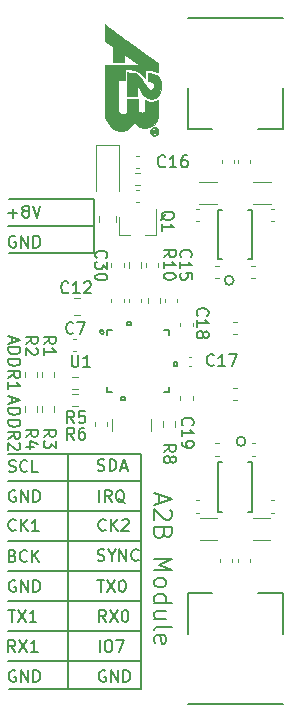
<source format=gbr>
%TF.GenerationSoftware,KiCad,Pcbnew,(5.1.9)-1*%
%TF.CreationDate,2021-06-18T11:47:15+07:00*%
%TF.ProjectId,A2B,4132422e-6b69-4636-9164-5f7063625858,2*%
%TF.SameCoordinates,Original*%
%TF.FileFunction,Legend,Top*%
%TF.FilePolarity,Positive*%
%FSLAX46Y46*%
G04 Gerber Fmt 4.6, Leading zero omitted, Abs format (unit mm)*
G04 Created by KiCad (PCBNEW (5.1.9)-1) date 2021-06-18 11:47:15*
%MOMM*%
%LPD*%
G01*
G04 APERTURE LIST*
%ADD10C,0.150000*%
%ADD11C,0.200000*%
%ADD12C,0.152400*%
%ADD13C,0.120000*%
%ADD14C,0.010000*%
G04 APERTURE END LIST*
D10*
X109243833Y-66746714D02*
X109243833Y-67222904D01*
X108958119Y-66651476D02*
X109958119Y-66984809D01*
X108958119Y-67318142D01*
X108958119Y-67651476D02*
X109958119Y-67651476D01*
X109958119Y-67889571D01*
X109910500Y-68032428D01*
X109815261Y-68127666D01*
X109720023Y-68175285D01*
X109529547Y-68222904D01*
X109386690Y-68222904D01*
X109196214Y-68175285D01*
X109100976Y-68127666D01*
X109005738Y-68032428D01*
X108958119Y-67889571D01*
X108958119Y-67651476D01*
X108958119Y-68651476D02*
X109958119Y-68651476D01*
X109958119Y-68889571D01*
X109910500Y-69032428D01*
X109815261Y-69127666D01*
X109720023Y-69175285D01*
X109529547Y-69222904D01*
X109386690Y-69222904D01*
X109196214Y-69175285D01*
X109100976Y-69127666D01*
X109005738Y-69032428D01*
X108958119Y-68889571D01*
X108958119Y-68651476D01*
X108958119Y-70222904D02*
X109434309Y-69889571D01*
X108958119Y-69651476D02*
X109958119Y-69651476D01*
X109958119Y-70032428D01*
X109910500Y-70127666D01*
X109862880Y-70175285D01*
X109767642Y-70222904D01*
X109624785Y-70222904D01*
X109529547Y-70175285D01*
X109481928Y-70127666D01*
X109434309Y-70032428D01*
X109434309Y-69651476D01*
X109862880Y-70603857D02*
X109910500Y-70651476D01*
X109958119Y-70746714D01*
X109958119Y-70984809D01*
X109910500Y-71080047D01*
X109862880Y-71127666D01*
X109767642Y-71175285D01*
X109672404Y-71175285D01*
X109529547Y-71127666D01*
X108958119Y-70556238D01*
X108958119Y-71175285D01*
X109243833Y-61603214D02*
X109243833Y-62079404D01*
X108958119Y-61507976D02*
X109958119Y-61841309D01*
X108958119Y-62174642D01*
X108958119Y-62507976D02*
X109958119Y-62507976D01*
X109958119Y-62746071D01*
X109910500Y-62888928D01*
X109815261Y-62984166D01*
X109720023Y-63031785D01*
X109529547Y-63079404D01*
X109386690Y-63079404D01*
X109196214Y-63031785D01*
X109100976Y-62984166D01*
X109005738Y-62888928D01*
X108958119Y-62746071D01*
X108958119Y-62507976D01*
X108958119Y-63507976D02*
X109958119Y-63507976D01*
X109958119Y-63746071D01*
X109910500Y-63888928D01*
X109815261Y-63984166D01*
X109720023Y-64031785D01*
X109529547Y-64079404D01*
X109386690Y-64079404D01*
X109196214Y-64031785D01*
X109100976Y-63984166D01*
X109005738Y-63888928D01*
X108958119Y-63746071D01*
X108958119Y-63507976D01*
X108958119Y-65079404D02*
X109434309Y-64746071D01*
X108958119Y-64507976D02*
X109958119Y-64507976D01*
X109958119Y-64888928D01*
X109910500Y-64984166D01*
X109862880Y-65031785D01*
X109767642Y-65079404D01*
X109624785Y-65079404D01*
X109529547Y-65031785D01*
X109481928Y-64984166D01*
X109434309Y-64888928D01*
X109434309Y-64507976D01*
X108958119Y-66031785D02*
X108958119Y-65460357D01*
X108958119Y-65746071D02*
X109958119Y-65746071D01*
X109815261Y-65650833D01*
X109720023Y-65555595D01*
X109672404Y-65460357D01*
X120205500Y-73850500D02*
X108902500Y-73850500D01*
X120205500Y-76390500D02*
X108902500Y-76390500D01*
X120078500Y-78930500D02*
X108902500Y-78930500D01*
X120205500Y-81470500D02*
X108902500Y-81470500D01*
X120205500Y-84010500D02*
X108902500Y-84010500D01*
X120205500Y-86550500D02*
X108902500Y-86550500D01*
X120205500Y-89090500D02*
X108902500Y-89090500D01*
X113982500Y-71501000D02*
X113982500Y-91440000D01*
X120205500Y-91440000D02*
X108966000Y-91440000D01*
X120205500Y-71501000D02*
X120205500Y-91440000D01*
X108902500Y-71501000D02*
X120205500Y-71501000D01*
X116205000Y-52260500D02*
X108902500Y-52260500D01*
X116205000Y-49911000D02*
X108966000Y-49911000D01*
X116205000Y-52260500D02*
X116205000Y-49911000D01*
X116205000Y-54483000D02*
X108966000Y-54483000D01*
X116205000Y-52260500D02*
X116205000Y-54483000D01*
X117157595Y-89860500D02*
X117062357Y-89812880D01*
X116919500Y-89812880D01*
X116776642Y-89860500D01*
X116681404Y-89955738D01*
X116633785Y-90050976D01*
X116586166Y-90241452D01*
X116586166Y-90384309D01*
X116633785Y-90574785D01*
X116681404Y-90670023D01*
X116776642Y-90765261D01*
X116919500Y-90812880D01*
X117014738Y-90812880D01*
X117157595Y-90765261D01*
X117205214Y-90717642D01*
X117205214Y-90384309D01*
X117014738Y-90384309D01*
X117633785Y-90812880D02*
X117633785Y-89812880D01*
X118205214Y-90812880D01*
X118205214Y-89812880D01*
X118681404Y-90812880D02*
X118681404Y-89812880D01*
X118919500Y-89812880D01*
X119062357Y-89860500D01*
X119157595Y-89955738D01*
X119205214Y-90050976D01*
X119252833Y-90241452D01*
X119252833Y-90384309D01*
X119205214Y-90574785D01*
X119157595Y-90670023D01*
X119062357Y-90765261D01*
X118919500Y-90812880D01*
X118681404Y-90812880D01*
X109537595Y-89860500D02*
X109442357Y-89812880D01*
X109299500Y-89812880D01*
X109156642Y-89860500D01*
X109061404Y-89955738D01*
X109013785Y-90050976D01*
X108966166Y-90241452D01*
X108966166Y-90384309D01*
X109013785Y-90574785D01*
X109061404Y-90670023D01*
X109156642Y-90765261D01*
X109299500Y-90812880D01*
X109394738Y-90812880D01*
X109537595Y-90765261D01*
X109585214Y-90717642D01*
X109585214Y-90384309D01*
X109394738Y-90384309D01*
X110013785Y-90812880D02*
X110013785Y-89812880D01*
X110585214Y-90812880D01*
X110585214Y-89812880D01*
X111061404Y-90812880D02*
X111061404Y-89812880D01*
X111299500Y-89812880D01*
X111442357Y-89860500D01*
X111537595Y-89955738D01*
X111585214Y-90050976D01*
X111632833Y-90241452D01*
X111632833Y-90384309D01*
X111585214Y-90574785D01*
X111537595Y-90670023D01*
X111442357Y-90765261D01*
X111299500Y-90812880D01*
X111061404Y-90812880D01*
X116665500Y-88272880D02*
X116665500Y-87272880D01*
X117332166Y-87272880D02*
X117522642Y-87272880D01*
X117617880Y-87320500D01*
X117713119Y-87415738D01*
X117760738Y-87606214D01*
X117760738Y-87939547D01*
X117713119Y-88130023D01*
X117617880Y-88225261D01*
X117522642Y-88272880D01*
X117332166Y-88272880D01*
X117236928Y-88225261D01*
X117141690Y-88130023D01*
X117094071Y-87939547D01*
X117094071Y-87606214D01*
X117141690Y-87415738D01*
X117236928Y-87320500D01*
X117332166Y-87272880D01*
X118094071Y-87272880D02*
X118760738Y-87272880D01*
X118332166Y-88272880D01*
X109529642Y-88272880D02*
X109196309Y-87796690D01*
X108958214Y-88272880D02*
X108958214Y-87272880D01*
X109339166Y-87272880D01*
X109434404Y-87320500D01*
X109482023Y-87368119D01*
X109529642Y-87463357D01*
X109529642Y-87606214D01*
X109482023Y-87701452D01*
X109434404Y-87749071D01*
X109339166Y-87796690D01*
X108958214Y-87796690D01*
X109862976Y-87272880D02*
X110529642Y-88272880D01*
X110529642Y-87272880D02*
X109862976Y-88272880D01*
X111434404Y-88272880D02*
X110862976Y-88272880D01*
X111148690Y-88272880D02*
X111148690Y-87272880D01*
X111053452Y-87415738D01*
X110958214Y-87510976D01*
X110862976Y-87558595D01*
X117213142Y-85732880D02*
X116879809Y-85256690D01*
X116641714Y-85732880D02*
X116641714Y-84732880D01*
X117022666Y-84732880D01*
X117117904Y-84780500D01*
X117165523Y-84828119D01*
X117213142Y-84923357D01*
X117213142Y-85066214D01*
X117165523Y-85161452D01*
X117117904Y-85209071D01*
X117022666Y-85256690D01*
X116641714Y-85256690D01*
X117546476Y-84732880D02*
X118213142Y-85732880D01*
X118213142Y-84732880D02*
X117546476Y-85732880D01*
X118784571Y-84732880D02*
X118879809Y-84732880D01*
X118975047Y-84780500D01*
X119022666Y-84828119D01*
X119070285Y-84923357D01*
X119117904Y-85113833D01*
X119117904Y-85351928D01*
X119070285Y-85542404D01*
X119022666Y-85637642D01*
X118975047Y-85685261D01*
X118879809Y-85732880D01*
X118784571Y-85732880D01*
X118689333Y-85685261D01*
X118641714Y-85637642D01*
X118594095Y-85542404D01*
X118546476Y-85351928D01*
X118546476Y-85113833D01*
X118594095Y-84923357D01*
X118641714Y-84828119D01*
X118689333Y-84780500D01*
X118784571Y-84732880D01*
X108934404Y-84732880D02*
X109505833Y-84732880D01*
X109220119Y-85732880D02*
X109220119Y-84732880D01*
X109743928Y-84732880D02*
X110410595Y-85732880D01*
X110410595Y-84732880D02*
X109743928Y-85732880D01*
X111315357Y-85732880D02*
X110743928Y-85732880D01*
X111029642Y-85732880D02*
X111029642Y-84732880D01*
X110934404Y-84875738D01*
X110839166Y-84970976D01*
X110743928Y-85018595D01*
X116490904Y-82192880D02*
X117062333Y-82192880D01*
X116776619Y-83192880D02*
X116776619Y-82192880D01*
X117300428Y-82192880D02*
X117967095Y-83192880D01*
X117967095Y-82192880D02*
X117300428Y-83192880D01*
X118538523Y-82192880D02*
X118633761Y-82192880D01*
X118729000Y-82240500D01*
X118776619Y-82288119D01*
X118824238Y-82383357D01*
X118871857Y-82573833D01*
X118871857Y-82811928D01*
X118824238Y-83002404D01*
X118776619Y-83097642D01*
X118729000Y-83145261D01*
X118633761Y-83192880D01*
X118538523Y-83192880D01*
X118443285Y-83145261D01*
X118395666Y-83097642D01*
X118348047Y-83002404D01*
X118300428Y-82811928D01*
X118300428Y-82573833D01*
X118348047Y-82383357D01*
X118395666Y-82288119D01*
X118443285Y-82240500D01*
X118538523Y-82192880D01*
X109537595Y-82240500D02*
X109442357Y-82192880D01*
X109299500Y-82192880D01*
X109156642Y-82240500D01*
X109061404Y-82335738D01*
X109013785Y-82430976D01*
X108966166Y-82621452D01*
X108966166Y-82764309D01*
X109013785Y-82954785D01*
X109061404Y-83050023D01*
X109156642Y-83145261D01*
X109299500Y-83192880D01*
X109394738Y-83192880D01*
X109537595Y-83145261D01*
X109585214Y-83097642D01*
X109585214Y-82764309D01*
X109394738Y-82764309D01*
X110013785Y-83192880D02*
X110013785Y-82192880D01*
X110585214Y-83192880D01*
X110585214Y-82192880D01*
X111061404Y-83192880D02*
X111061404Y-82192880D01*
X111299500Y-82192880D01*
X111442357Y-82240500D01*
X111537595Y-82335738D01*
X111585214Y-82430976D01*
X111632833Y-82621452D01*
X111632833Y-82764309D01*
X111585214Y-82954785D01*
X111537595Y-83050023D01*
X111442357Y-83145261D01*
X111299500Y-83192880D01*
X111061404Y-83192880D01*
X116498904Y-80541761D02*
X116641761Y-80589380D01*
X116879857Y-80589380D01*
X116975095Y-80541761D01*
X117022714Y-80494142D01*
X117070333Y-80398904D01*
X117070333Y-80303666D01*
X117022714Y-80208428D01*
X116975095Y-80160809D01*
X116879857Y-80113190D01*
X116689380Y-80065571D01*
X116594142Y-80017952D01*
X116546523Y-79970333D01*
X116498904Y-79875095D01*
X116498904Y-79779857D01*
X116546523Y-79684619D01*
X116594142Y-79637000D01*
X116689380Y-79589380D01*
X116927476Y-79589380D01*
X117070333Y-79637000D01*
X117689380Y-80113190D02*
X117689380Y-80589380D01*
X117356047Y-79589380D02*
X117689380Y-80113190D01*
X118022714Y-79589380D01*
X118356047Y-80589380D02*
X118356047Y-79589380D01*
X118927476Y-80589380D01*
X118927476Y-79589380D01*
X119975095Y-80494142D02*
X119927476Y-80541761D01*
X119784619Y-80589380D01*
X119689380Y-80589380D01*
X119546523Y-80541761D01*
X119451285Y-80446523D01*
X119403666Y-80351285D01*
X119356047Y-80160809D01*
X119356047Y-80017952D01*
X119403666Y-79827476D01*
X119451285Y-79732238D01*
X119546523Y-79637000D01*
X119689380Y-79589380D01*
X119784619Y-79589380D01*
X119927476Y-79637000D01*
X119975095Y-79684619D01*
X109307428Y-80129071D02*
X109450285Y-80176690D01*
X109497904Y-80224309D01*
X109545523Y-80319547D01*
X109545523Y-80462404D01*
X109497904Y-80557642D01*
X109450285Y-80605261D01*
X109355047Y-80652880D01*
X108974095Y-80652880D01*
X108974095Y-79652880D01*
X109307428Y-79652880D01*
X109402666Y-79700500D01*
X109450285Y-79748119D01*
X109497904Y-79843357D01*
X109497904Y-79938595D01*
X109450285Y-80033833D01*
X109402666Y-80081452D01*
X109307428Y-80129071D01*
X108974095Y-80129071D01*
X110545523Y-80557642D02*
X110497904Y-80605261D01*
X110355047Y-80652880D01*
X110259809Y-80652880D01*
X110116952Y-80605261D01*
X110021714Y-80510023D01*
X109974095Y-80414785D01*
X109926476Y-80224309D01*
X109926476Y-80081452D01*
X109974095Y-79890976D01*
X110021714Y-79795738D01*
X110116952Y-79700500D01*
X110259809Y-79652880D01*
X110355047Y-79652880D01*
X110497904Y-79700500D01*
X110545523Y-79748119D01*
X110974095Y-80652880D02*
X110974095Y-79652880D01*
X111545523Y-80652880D02*
X111116952Y-80081452D01*
X111545523Y-79652880D02*
X110974095Y-80224309D01*
X117189333Y-77954142D02*
X117141714Y-78001761D01*
X116998857Y-78049380D01*
X116903619Y-78049380D01*
X116760761Y-78001761D01*
X116665523Y-77906523D01*
X116617904Y-77811285D01*
X116570285Y-77620809D01*
X116570285Y-77477952D01*
X116617904Y-77287476D01*
X116665523Y-77192238D01*
X116760761Y-77097000D01*
X116903619Y-77049380D01*
X116998857Y-77049380D01*
X117141714Y-77097000D01*
X117189333Y-77144619D01*
X117617904Y-78049380D02*
X117617904Y-77049380D01*
X118189333Y-78049380D02*
X117760761Y-77477952D01*
X118189333Y-77049380D02*
X117617904Y-77620809D01*
X118570285Y-77144619D02*
X118617904Y-77097000D01*
X118713142Y-77049380D01*
X118951238Y-77049380D01*
X119046476Y-77097000D01*
X119094095Y-77144619D01*
X119141714Y-77239857D01*
X119141714Y-77335095D01*
X119094095Y-77477952D01*
X118522666Y-78049380D01*
X119141714Y-78049380D01*
X109569333Y-77954142D02*
X109521714Y-78001761D01*
X109378857Y-78049380D01*
X109283619Y-78049380D01*
X109140761Y-78001761D01*
X109045523Y-77906523D01*
X108997904Y-77811285D01*
X108950285Y-77620809D01*
X108950285Y-77477952D01*
X108997904Y-77287476D01*
X109045523Y-77192238D01*
X109140761Y-77097000D01*
X109283619Y-77049380D01*
X109378857Y-77049380D01*
X109521714Y-77097000D01*
X109569333Y-77144619D01*
X109997904Y-78049380D02*
X109997904Y-77049380D01*
X110569333Y-78049380D02*
X110140761Y-77477952D01*
X110569333Y-77049380D02*
X109997904Y-77620809D01*
X111521714Y-78049380D02*
X110950285Y-78049380D01*
X111236000Y-78049380D02*
X111236000Y-77049380D01*
X111140761Y-77192238D01*
X111045523Y-77287476D01*
X110950285Y-77335095D01*
X116641690Y-75572880D02*
X116641690Y-74572880D01*
X117689309Y-75572880D02*
X117355976Y-75096690D01*
X117117880Y-75572880D02*
X117117880Y-74572880D01*
X117498833Y-74572880D01*
X117594071Y-74620500D01*
X117641690Y-74668119D01*
X117689309Y-74763357D01*
X117689309Y-74906214D01*
X117641690Y-75001452D01*
X117594071Y-75049071D01*
X117498833Y-75096690D01*
X117117880Y-75096690D01*
X118784547Y-75668119D02*
X118689309Y-75620500D01*
X118594071Y-75525261D01*
X118451214Y-75382404D01*
X118355976Y-75334785D01*
X118260738Y-75334785D01*
X118308357Y-75572880D02*
X118213119Y-75525261D01*
X118117880Y-75430023D01*
X118070261Y-75239547D01*
X118070261Y-74906214D01*
X118117880Y-74715738D01*
X118213119Y-74620500D01*
X118308357Y-74572880D01*
X118498833Y-74572880D01*
X118594071Y-74620500D01*
X118689309Y-74715738D01*
X118736928Y-74906214D01*
X118736928Y-75239547D01*
X118689309Y-75430023D01*
X118594071Y-75525261D01*
X118498833Y-75572880D01*
X118308357Y-75572880D01*
X109537595Y-74620500D02*
X109442357Y-74572880D01*
X109299500Y-74572880D01*
X109156642Y-74620500D01*
X109061404Y-74715738D01*
X109013785Y-74810976D01*
X108966166Y-75001452D01*
X108966166Y-75144309D01*
X109013785Y-75334785D01*
X109061404Y-75430023D01*
X109156642Y-75525261D01*
X109299500Y-75572880D01*
X109394738Y-75572880D01*
X109537595Y-75525261D01*
X109585214Y-75477642D01*
X109585214Y-75144309D01*
X109394738Y-75144309D01*
X110013785Y-75572880D02*
X110013785Y-74572880D01*
X110585214Y-75572880D01*
X110585214Y-74572880D01*
X111061404Y-75572880D02*
X111061404Y-74572880D01*
X111299500Y-74572880D01*
X111442357Y-74620500D01*
X111537595Y-74715738D01*
X111585214Y-74810976D01*
X111632833Y-75001452D01*
X111632833Y-75144309D01*
X111585214Y-75334785D01*
X111537595Y-75430023D01*
X111442357Y-75525261D01*
X111299500Y-75572880D01*
X111061404Y-75572880D01*
X116514714Y-72921761D02*
X116657571Y-72969380D01*
X116895666Y-72969380D01*
X116990904Y-72921761D01*
X117038523Y-72874142D01*
X117086142Y-72778904D01*
X117086142Y-72683666D01*
X117038523Y-72588428D01*
X116990904Y-72540809D01*
X116895666Y-72493190D01*
X116705190Y-72445571D01*
X116609952Y-72397952D01*
X116562333Y-72350333D01*
X116514714Y-72255095D01*
X116514714Y-72159857D01*
X116562333Y-72064619D01*
X116609952Y-72017000D01*
X116705190Y-71969380D01*
X116943285Y-71969380D01*
X117086142Y-72017000D01*
X117514714Y-72969380D02*
X117514714Y-71969380D01*
X117752809Y-71969380D01*
X117895666Y-72017000D01*
X117990904Y-72112238D01*
X118038523Y-72207476D01*
X118086142Y-72397952D01*
X118086142Y-72540809D01*
X118038523Y-72731285D01*
X117990904Y-72826523D01*
X117895666Y-72921761D01*
X117752809Y-72969380D01*
X117514714Y-72969380D01*
X118467095Y-72683666D02*
X118943285Y-72683666D01*
X118371857Y-72969380D02*
X118705190Y-71969380D01*
X119038523Y-72969380D01*
X108982023Y-72985261D02*
X109124880Y-73032880D01*
X109362976Y-73032880D01*
X109458214Y-72985261D01*
X109505833Y-72937642D01*
X109553452Y-72842404D01*
X109553452Y-72747166D01*
X109505833Y-72651928D01*
X109458214Y-72604309D01*
X109362976Y-72556690D01*
X109172500Y-72509071D01*
X109077261Y-72461452D01*
X109029642Y-72413833D01*
X108982023Y-72318595D01*
X108982023Y-72223357D01*
X109029642Y-72128119D01*
X109077261Y-72080500D01*
X109172500Y-72032880D01*
X109410595Y-72032880D01*
X109553452Y-72080500D01*
X110553452Y-72937642D02*
X110505833Y-72985261D01*
X110362976Y-73032880D01*
X110267738Y-73032880D01*
X110124880Y-72985261D01*
X110029642Y-72890023D01*
X109982023Y-72794785D01*
X109934404Y-72604309D01*
X109934404Y-72461452D01*
X109982023Y-72270976D01*
X110029642Y-72175738D01*
X110124880Y-72080500D01*
X110267738Y-72032880D01*
X110362976Y-72032880D01*
X110505833Y-72080500D01*
X110553452Y-72128119D01*
X111458214Y-73032880D02*
X110982023Y-73032880D01*
X110982023Y-72032880D01*
X109537595Y-53094000D02*
X109442357Y-53046380D01*
X109299500Y-53046380D01*
X109156642Y-53094000D01*
X109061404Y-53189238D01*
X109013785Y-53284476D01*
X108966166Y-53474952D01*
X108966166Y-53617809D01*
X109013785Y-53808285D01*
X109061404Y-53903523D01*
X109156642Y-53998761D01*
X109299500Y-54046380D01*
X109394738Y-54046380D01*
X109537595Y-53998761D01*
X109585214Y-53951142D01*
X109585214Y-53617809D01*
X109394738Y-53617809D01*
X110013785Y-54046380D02*
X110013785Y-53046380D01*
X110585214Y-54046380D01*
X110585214Y-53046380D01*
X111061404Y-54046380D02*
X111061404Y-53046380D01*
X111299500Y-53046380D01*
X111442357Y-53094000D01*
X111537595Y-53189238D01*
X111585214Y-53284476D01*
X111632833Y-53474952D01*
X111632833Y-53617809D01*
X111585214Y-53808285D01*
X111537595Y-53903523D01*
X111442357Y-53998761D01*
X111299500Y-54046380D01*
X111061404Y-54046380D01*
X108950285Y-51125428D02*
X109712190Y-51125428D01*
X109331238Y-51506380D02*
X109331238Y-50744476D01*
X110331238Y-50934952D02*
X110236000Y-50887333D01*
X110188380Y-50839714D01*
X110140761Y-50744476D01*
X110140761Y-50696857D01*
X110188380Y-50601619D01*
X110236000Y-50554000D01*
X110331238Y-50506380D01*
X110521714Y-50506380D01*
X110616952Y-50554000D01*
X110664571Y-50601619D01*
X110712190Y-50696857D01*
X110712190Y-50744476D01*
X110664571Y-50839714D01*
X110616952Y-50887333D01*
X110521714Y-50934952D01*
X110331238Y-50934952D01*
X110236000Y-50982571D01*
X110188380Y-51030190D01*
X110140761Y-51125428D01*
X110140761Y-51315904D01*
X110188380Y-51411142D01*
X110236000Y-51458761D01*
X110331238Y-51506380D01*
X110521714Y-51506380D01*
X110616952Y-51458761D01*
X110664571Y-51411142D01*
X110712190Y-51315904D01*
X110712190Y-51125428D01*
X110664571Y-51030190D01*
X110616952Y-50982571D01*
X110521714Y-50934952D01*
X110997904Y-50506380D02*
X111331238Y-51506380D01*
X111664571Y-50506380D01*
D11*
X121733500Y-74958571D02*
X121733500Y-75672857D01*
X121304928Y-74815714D02*
X122804928Y-75315714D01*
X121304928Y-75815714D01*
X122662071Y-76244285D02*
X122733500Y-76315714D01*
X122804928Y-76458571D01*
X122804928Y-76815714D01*
X122733500Y-76958571D01*
X122662071Y-77030000D01*
X122519214Y-77101428D01*
X122376357Y-77101428D01*
X122162071Y-77030000D01*
X121304928Y-76172857D01*
X121304928Y-77101428D01*
X122090642Y-78244285D02*
X122019214Y-78458571D01*
X121947785Y-78530000D01*
X121804928Y-78601428D01*
X121590642Y-78601428D01*
X121447785Y-78530000D01*
X121376357Y-78458571D01*
X121304928Y-78315714D01*
X121304928Y-77744285D01*
X122804928Y-77744285D01*
X122804928Y-78244285D01*
X122733500Y-78387142D01*
X122662071Y-78458571D01*
X122519214Y-78530000D01*
X122376357Y-78530000D01*
X122233500Y-78458571D01*
X122162071Y-78387142D01*
X122090642Y-78244285D01*
X122090642Y-77744285D01*
X121304928Y-80387142D02*
X122804928Y-80387142D01*
X121733500Y-80887142D01*
X122804928Y-81387142D01*
X121304928Y-81387142D01*
X121304928Y-82315714D02*
X121376357Y-82172857D01*
X121447785Y-82101428D01*
X121590642Y-82030000D01*
X122019214Y-82030000D01*
X122162071Y-82101428D01*
X122233500Y-82172857D01*
X122304928Y-82315714D01*
X122304928Y-82530000D01*
X122233500Y-82672857D01*
X122162071Y-82744285D01*
X122019214Y-82815714D01*
X121590642Y-82815714D01*
X121447785Y-82744285D01*
X121376357Y-82672857D01*
X121304928Y-82530000D01*
X121304928Y-82315714D01*
X121304928Y-84101428D02*
X122804928Y-84101428D01*
X121376357Y-84101428D02*
X121304928Y-83958571D01*
X121304928Y-83672857D01*
X121376357Y-83530000D01*
X121447785Y-83458571D01*
X121590642Y-83387142D01*
X122019214Y-83387142D01*
X122162071Y-83458571D01*
X122233500Y-83530000D01*
X122304928Y-83672857D01*
X122304928Y-83958571D01*
X122233500Y-84101428D01*
X122304928Y-85458571D02*
X121304928Y-85458571D01*
X122304928Y-84815714D02*
X121519214Y-84815714D01*
X121376357Y-84887142D01*
X121304928Y-85030000D01*
X121304928Y-85244285D01*
X121376357Y-85387142D01*
X121447785Y-85458571D01*
X121304928Y-86387142D02*
X121376357Y-86244285D01*
X121519214Y-86172857D01*
X122804928Y-86172857D01*
X121376357Y-87530000D02*
X121304928Y-87387142D01*
X121304928Y-87101428D01*
X121376357Y-86958571D01*
X121519214Y-86887142D01*
X122090642Y-86887142D01*
X122233500Y-86958571D01*
X122304928Y-87101428D01*
X122304928Y-87387142D01*
X122233500Y-87530000D01*
X122090642Y-87601428D01*
X121947785Y-87601428D01*
X121804928Y-86887142D01*
D10*
X117019605Y-61214000D02*
G75*
G03*
X117019605Y-61214000I-179605J0D01*
G01*
D12*
%TO.C,U1*%
X117278500Y-66290500D02*
X117698161Y-66290500D01*
X122532500Y-66290500D02*
X122532500Y-65870839D01*
X122532500Y-61036500D02*
X122112839Y-61036500D01*
X117278500Y-61036500D02*
X117278500Y-61456161D01*
X117278500Y-65870839D02*
X117278500Y-66290500D01*
X122112839Y-66290500D02*
X122532500Y-66290500D01*
X122532500Y-61456161D02*
X122532500Y-61036500D01*
X117698161Y-61036500D02*
X117278500Y-61036500D01*
X118465000Y-66722300D02*
X118465000Y-66976300D01*
X118465000Y-66976300D02*
X118846000Y-66976300D01*
X118846000Y-66976300D02*
X118846000Y-66722300D01*
X118846000Y-66722300D02*
X118465000Y-66722300D01*
X123218300Y-63722999D02*
X123218300Y-64104000D01*
X123218300Y-64104000D02*
X122964300Y-64104000D01*
X122964300Y-64104000D02*
X122964300Y-63722999D01*
X122964300Y-63722999D02*
X123218300Y-63722999D01*
X118964999Y-60604700D02*
X118964999Y-60350700D01*
X118964999Y-60350700D02*
X119345999Y-60350700D01*
X119345999Y-60350700D02*
X119345999Y-60604700D01*
X119345999Y-60604700D02*
X118964999Y-60604700D01*
D13*
%TO.C,C7*%
X114430920Y-62776500D02*
X114712080Y-62776500D01*
X114430920Y-61756500D02*
X114712080Y-61756500D01*
%TO.C,C10*%
X117681000Y-58379420D02*
X117681000Y-58660580D01*
X118701000Y-58379420D02*
X118701000Y-58660580D01*
%TO.C,C11*%
X116266500Y-69138080D02*
X116266500Y-68856920D01*
X117286500Y-69138080D02*
X117286500Y-68856920D01*
%TO.C,C12*%
X114500748Y-58293000D02*
X115023252Y-58293000D01*
X114500748Y-59763000D02*
X115023252Y-59763000D01*
%TO.C,C13*%
X119141500Y-58379420D02*
X119141500Y-58660580D01*
X120161500Y-58379420D02*
X120161500Y-58660580D01*
%TO.C,C14*%
X120028580Y-50230500D02*
X119747420Y-50230500D01*
X120028580Y-49210500D02*
X119747420Y-49210500D01*
%TO.C,C15*%
X120602000Y-55394920D02*
X120602000Y-55676080D01*
X121622000Y-55394920D02*
X121622000Y-55676080D01*
%TO.C,C16*%
X120028580Y-46289500D02*
X119747420Y-46289500D01*
X120028580Y-47309500D02*
X119747420Y-47309500D01*
%TO.C,C18*%
X124543000Y-60692580D02*
X124543000Y-60411420D01*
X123523000Y-60692580D02*
X123523000Y-60411420D01*
%TO.C,C19*%
X124543000Y-66915580D02*
X124543000Y-66634420D01*
X123523000Y-66915580D02*
X123523000Y-66634420D01*
%TO.C,C25*%
X122235500Y-58379420D02*
X122235500Y-58660580D01*
X123255500Y-58379420D02*
X123255500Y-58660580D01*
%TO.C,C30*%
X118701000Y-55676080D02*
X118701000Y-55394920D01*
X117681000Y-55676080D02*
X117681000Y-55394920D01*
%TO.C,C31*%
X128002420Y-60330800D02*
X128283580Y-60330800D01*
X128002420Y-61350800D02*
X128283580Y-61350800D01*
%TO.C,C32*%
X128283580Y-66956400D02*
X128002420Y-66956400D01*
X128283580Y-65936400D02*
X128002420Y-65936400D01*
%TO.C,C33*%
X126478420Y-56651800D02*
X126759580Y-56651800D01*
X126478420Y-55631800D02*
X126759580Y-55631800D01*
%TO.C,C34*%
X129807580Y-56651800D02*
X129526420Y-56651800D01*
X129807580Y-55631800D02*
X129526420Y-55631800D01*
%TO.C,C35*%
X129820280Y-71655400D02*
X129539120Y-71655400D01*
X129820280Y-70635400D02*
X129539120Y-70635400D01*
%TO.C,C36*%
X126478420Y-70635400D02*
X126759580Y-70635400D01*
X126478420Y-71655400D02*
X126759580Y-71655400D01*
%TO.C,C39*%
X131458580Y-75461400D02*
X131177420Y-75461400D01*
X131458580Y-76481400D02*
X131177420Y-76481400D01*
%TO.C,C40*%
X125108580Y-76481400D02*
X124827420Y-76481400D01*
X125108580Y-75461400D02*
X124827420Y-75461400D01*
%TO.C,C41*%
X124827420Y-51825800D02*
X125108580Y-51825800D01*
X124827420Y-50805800D02*
X125108580Y-50805800D01*
%TO.C,C42*%
X131177420Y-50805800D02*
X131458580Y-50805800D01*
X131177420Y-51825800D02*
X131458580Y-51825800D01*
%TO.C,C43*%
X128395000Y-80402820D02*
X128395000Y-80683980D01*
X129415000Y-80402820D02*
X129415000Y-80683980D01*
%TO.C,C44*%
X127891000Y-80402820D02*
X127891000Y-80683980D01*
X126871000Y-80402820D02*
X126871000Y-80683980D01*
%TO.C,C46*%
X128018000Y-46884380D02*
X128018000Y-46603220D01*
X126998000Y-46884380D02*
X126998000Y-46603220D01*
%TO.C,C47*%
X128395000Y-46884380D02*
X128395000Y-46603220D01*
X129415000Y-46884380D02*
X129415000Y-46603220D01*
%TO.C,Q1*%
X118308000Y-52957000D02*
X119238000Y-52957000D01*
X121468000Y-52957000D02*
X120538000Y-52957000D01*
X121468000Y-52957000D02*
X121468000Y-50797000D01*
X118308000Y-52957000D02*
X118308000Y-51497000D01*
%TO.C,R1*%
X111775700Y-65031058D02*
X111775700Y-64556542D01*
X112820700Y-65031058D02*
X112820700Y-64556542D01*
%TO.C,R2*%
X110315200Y-64556542D02*
X110315200Y-65031058D01*
X111360200Y-64556542D02*
X111360200Y-65031058D01*
%TO.C,R3*%
X111775700Y-67477042D02*
X111775700Y-67951558D01*
X112820700Y-67477042D02*
X112820700Y-67951558D01*
%TO.C,R4*%
X110315200Y-67951558D02*
X110315200Y-67477042D01*
X111360200Y-67951558D02*
X111360200Y-67477042D01*
%TO.C,R5*%
X114808758Y-66027500D02*
X114334242Y-66027500D01*
X114808758Y-64982500D02*
X114334242Y-64982500D01*
%TO.C,R6*%
X114808758Y-66443000D02*
X114334242Y-66443000D01*
X114808758Y-67488000D02*
X114334242Y-67488000D01*
%TO.C,R8*%
X122050000Y-68760242D02*
X122050000Y-69234758D01*
X123095000Y-68760242D02*
X123095000Y-69234758D01*
%TO.C,R9*%
X121807500Y-58282742D02*
X121807500Y-58757258D01*
X120762500Y-58282742D02*
X120762500Y-58757258D01*
%TO.C,R10*%
X119129000Y-55298242D02*
X119129000Y-55772758D01*
X120174000Y-55298242D02*
X120174000Y-55772758D01*
%TO.C,R11*%
X120125258Y-48782500D02*
X119650742Y-48782500D01*
X120125258Y-47737500D02*
X119650742Y-47737500D01*
%TO.C,RN1*%
X121060000Y-68561000D02*
X121060000Y-69561000D01*
X117700000Y-68561000D02*
X117700000Y-69561000D01*
D12*
%TO.C,L5*%
X129024000Y-70459600D02*
G75*
G03*
X129024000Y-70459600I-381000J0D01*
G01*
X129278464Y-76403200D02*
X129616200Y-76403200D01*
X127007536Y-72237600D02*
X126669800Y-72237600D01*
X129616200Y-72237600D02*
X129278464Y-72237600D01*
X129616200Y-76403200D02*
X129616200Y-72237600D01*
X126669800Y-76403200D02*
X127007536Y-76403200D01*
X126669800Y-72237600D02*
X126669800Y-76403200D01*
%TO.C,L6*%
X129616200Y-55049600D02*
X129616200Y-50884000D01*
X129616200Y-50884000D02*
X129278464Y-50884000D01*
X126669800Y-50884000D02*
X126669800Y-55049600D01*
X126669800Y-55049600D02*
X127007536Y-55049600D01*
X129278464Y-55049600D02*
X129616200Y-55049600D01*
X127007536Y-50884000D02*
X126669800Y-50884000D01*
X128024000Y-56827600D02*
G75*
G03*
X128024000Y-56827600I-381000J0D01*
G01*
D13*
%TO.C,R13*%
X129638436Y-76966400D02*
X131092564Y-76966400D01*
X129638436Y-78786400D02*
X131092564Y-78786400D01*
%TO.C,R14*%
X126647564Y-76966400D02*
X125193436Y-76966400D01*
X126647564Y-78786400D02*
X125193436Y-78786400D01*
%TO.C,R15*%
X126584064Y-50320800D02*
X125129936Y-50320800D01*
X126584064Y-48500800D02*
X125129936Y-48500800D01*
%TO.C,R16*%
X129701936Y-50320800D02*
X131156064Y-50320800D01*
X129701936Y-48500800D02*
X131156064Y-48500800D01*
D11*
%TO.C,J1*%
X124168400Y-44043600D02*
X126218400Y-44043600D01*
X124168400Y-44043600D02*
X124168400Y-40543600D01*
X132168400Y-44043600D02*
X130118400Y-44043600D01*
X132168400Y-44043600D02*
X132168400Y-40543600D01*
X132168400Y-34643600D02*
X124168400Y-34643600D01*
%TO.C,J2*%
X124168400Y-92661200D02*
X132168400Y-92661200D01*
X124168400Y-83261200D02*
X124168400Y-86761200D01*
X124168400Y-83261200D02*
X126218400Y-83261200D01*
X132168400Y-83261200D02*
X132168400Y-86761200D01*
X132168400Y-83261200D02*
X130118400Y-83261200D01*
D13*
%TO.C,C17*%
X124440836Y-64050500D02*
X124225164Y-64050500D01*
X124440836Y-63330500D02*
X124225164Y-63330500D01*
%TO.C,R17*%
X118083000Y-51852564D02*
X118083000Y-51398436D01*
X116613000Y-51852564D02*
X116613000Y-51398436D01*
%TO.C,D1*%
X118348000Y-45375000D02*
X118348000Y-49275000D01*
X116348000Y-45375000D02*
X116348000Y-49275000D01*
X118348000Y-45375000D02*
X116348000Y-45375000D01*
D14*
%TO.C,J3*%
G36*
X121436847Y-44328222D02*
G01*
X121402070Y-44381539D01*
X121349137Y-44382600D01*
X121316412Y-44361623D01*
X121261051Y-44341928D01*
X121214169Y-44358280D01*
X121152989Y-44384036D01*
X121122612Y-44390236D01*
X121091777Y-44373418D01*
X121098949Y-44335685D01*
X121137727Y-44296120D01*
X121157826Y-44285263D01*
X121217970Y-44242353D01*
X121236336Y-44195279D01*
X121211745Y-44160109D01*
X121167662Y-44151177D01*
X121110464Y-44141214D01*
X121090765Y-44121294D01*
X121117984Y-44105377D01*
X121189088Y-44094586D01*
X121270059Y-44091412D01*
X121342574Y-44091412D01*
X121342574Y-44181059D01*
X121309891Y-44201408D01*
X121308368Y-44244789D01*
X121335718Y-44284701D01*
X121352236Y-44293132D01*
X121382413Y-44279387D01*
X121389588Y-44243314D01*
X121370606Y-44191944D01*
X121342574Y-44181059D01*
X121342574Y-44091412D01*
X121449353Y-44091412D01*
X121449353Y-44226820D01*
X121436847Y-44328222D01*
G37*
X121436847Y-44328222D02*
X121402070Y-44381539D01*
X121349137Y-44382600D01*
X121316412Y-44361623D01*
X121261051Y-44341928D01*
X121214169Y-44358280D01*
X121152989Y-44384036D01*
X121122612Y-44390236D01*
X121091777Y-44373418D01*
X121098949Y-44335685D01*
X121137727Y-44296120D01*
X121157826Y-44285263D01*
X121217970Y-44242353D01*
X121236336Y-44195279D01*
X121211745Y-44160109D01*
X121167662Y-44151177D01*
X121110464Y-44141214D01*
X121090765Y-44121294D01*
X121117984Y-44105377D01*
X121189088Y-44094586D01*
X121270059Y-44091412D01*
X121342574Y-44091412D01*
X121342574Y-44181059D01*
X121309891Y-44201408D01*
X121308368Y-44244789D01*
X121335718Y-44284701D01*
X121352236Y-44293132D01*
X121382413Y-44279387D01*
X121389588Y-44243314D01*
X121370606Y-44191944D01*
X121342574Y-44181059D01*
X121342574Y-44091412D01*
X121449353Y-44091412D01*
X121449353Y-44226820D01*
X121436847Y-44328222D01*
G36*
X121614341Y-44377515D02*
G01*
X121553766Y-44476185D01*
X121469858Y-44541135D01*
X121339636Y-44589016D01*
X121206330Y-44584753D01*
X121084468Y-44533014D01*
X120988579Y-44438465D01*
X120954496Y-44375600D01*
X120919260Y-44267018D01*
X120919977Y-44174755D01*
X120955774Y-44069589D01*
X121019069Y-43979415D01*
X121113755Y-43903746D01*
X121217131Y-43858596D01*
X121263548Y-43852465D01*
X121297801Y-43859043D01*
X121297801Y-43950953D01*
X121189259Y-43966213D01*
X121097962Y-44020099D01*
X121032539Y-44102444D01*
X121001624Y-44203081D01*
X121013848Y-44311842D01*
X121062177Y-44400036D01*
X121152765Y-44474073D01*
X121259540Y-44501514D01*
X121368499Y-44487172D01*
X121465638Y-44435859D01*
X121536955Y-44352390D01*
X121568444Y-44241576D01*
X121568883Y-44225883D01*
X121545267Y-44108266D01*
X121471488Y-44019728D01*
X121414955Y-43984488D01*
X121297801Y-43950953D01*
X121297801Y-43859043D01*
X121403448Y-43879335D01*
X121517751Y-43953981D01*
X121597310Y-44066724D01*
X121632975Y-44207882D01*
X121633993Y-44244437D01*
X121614341Y-44377515D01*
G37*
X121614341Y-44377515D02*
X121553766Y-44476185D01*
X121469858Y-44541135D01*
X121339636Y-44589016D01*
X121206330Y-44584753D01*
X121084468Y-44533014D01*
X120988579Y-44438465D01*
X120954496Y-44375600D01*
X120919260Y-44267018D01*
X120919977Y-44174755D01*
X120955774Y-44069589D01*
X121019069Y-43979415D01*
X121113755Y-43903746D01*
X121217131Y-43858596D01*
X121263548Y-43852465D01*
X121297801Y-43859043D01*
X121297801Y-43950953D01*
X121189259Y-43966213D01*
X121097962Y-44020099D01*
X121032539Y-44102444D01*
X121001624Y-44203081D01*
X121013848Y-44311842D01*
X121062177Y-44400036D01*
X121152765Y-44474073D01*
X121259540Y-44501514D01*
X121368499Y-44487172D01*
X121465638Y-44435859D01*
X121536955Y-44352390D01*
X121568444Y-44241576D01*
X121568883Y-44225883D01*
X121545267Y-44108266D01*
X121471488Y-44019728D01*
X121414955Y-43984488D01*
X121297801Y-43950953D01*
X121297801Y-43859043D01*
X121403448Y-43879335D01*
X121517751Y-43953981D01*
X121597310Y-44066724D01*
X121632975Y-44207882D01*
X121633993Y-44244437D01*
X121614341Y-44377515D01*
G36*
X121874330Y-40611256D02*
G01*
X121819323Y-40868401D01*
X121729151Y-41077581D01*
X121603127Y-41239645D01*
X121440563Y-41355446D01*
X121240774Y-41425833D01*
X121212155Y-41431669D01*
X121089306Y-41446788D01*
X120974145Y-41438878D01*
X120868508Y-41416013D01*
X120725909Y-41369949D01*
X120600447Y-41305630D01*
X120485035Y-41216056D01*
X120372585Y-41094232D01*
X120256011Y-40933160D01*
X120128223Y-40725843D01*
X120074436Y-40632041D01*
X120007737Y-40516628D01*
X119949915Y-40421527D01*
X119908214Y-40358367D01*
X119891827Y-40338924D01*
X119882608Y-40361202D01*
X119874850Y-40433815D01*
X119869124Y-40547343D01*
X119865998Y-40692364D01*
X119865588Y-40772707D01*
X119865588Y-41222706D01*
X119028883Y-41222706D01*
X119028883Y-39211712D01*
X119277788Y-39229277D01*
X119475051Y-39252375D01*
X119648368Y-39295309D01*
X119804251Y-39363295D01*
X119949214Y-39461552D01*
X120089770Y-39595298D01*
X120232433Y-39769748D01*
X120383717Y-39990122D01*
X120535328Y-40236589D01*
X120613570Y-40362286D01*
X120691415Y-40476650D01*
X120758242Y-40564598D01*
X120793082Y-40602647D01*
X120904357Y-40670929D01*
X121021500Y-40688027D01*
X121131995Y-40659423D01*
X121223329Y-40590597D01*
X121282989Y-40487030D01*
X121299501Y-40380828D01*
X121290453Y-40280636D01*
X121268547Y-40193459D01*
X121261581Y-40177456D01*
X121195909Y-40099918D01*
X121092531Y-40031318D01*
X120973436Y-39983534D01*
X120874118Y-39968139D01*
X120762059Y-39967647D01*
X120762059Y-39241957D01*
X120938098Y-39260357D01*
X121195251Y-39312773D01*
X121415195Y-39410610D01*
X121595950Y-39551011D01*
X121735536Y-39731121D01*
X121831975Y-39948083D01*
X121883287Y-40199041D01*
X121887492Y-40481138D01*
X121874330Y-40611256D01*
G37*
X121874330Y-40611256D02*
X121819323Y-40868401D01*
X121729151Y-41077581D01*
X121603127Y-41239645D01*
X121440563Y-41355446D01*
X121240774Y-41425833D01*
X121212155Y-41431669D01*
X121089306Y-41446788D01*
X120974145Y-41438878D01*
X120868508Y-41416013D01*
X120725909Y-41369949D01*
X120600447Y-41305630D01*
X120485035Y-41216056D01*
X120372585Y-41094232D01*
X120256011Y-40933160D01*
X120128223Y-40725843D01*
X120074436Y-40632041D01*
X120007737Y-40516628D01*
X119949915Y-40421527D01*
X119908214Y-40358367D01*
X119891827Y-40338924D01*
X119882608Y-40361202D01*
X119874850Y-40433815D01*
X119869124Y-40547343D01*
X119865998Y-40692364D01*
X119865588Y-40772707D01*
X119865588Y-41222706D01*
X119028883Y-41222706D01*
X119028883Y-39211712D01*
X119277788Y-39229277D01*
X119475051Y-39252375D01*
X119648368Y-39295309D01*
X119804251Y-39363295D01*
X119949214Y-39461552D01*
X120089770Y-39595298D01*
X120232433Y-39769748D01*
X120383717Y-39990122D01*
X120535328Y-40236589D01*
X120613570Y-40362286D01*
X120691415Y-40476650D01*
X120758242Y-40564598D01*
X120793082Y-40602647D01*
X120904357Y-40670929D01*
X121021500Y-40688027D01*
X121131995Y-40659423D01*
X121223329Y-40590597D01*
X121282989Y-40487030D01*
X121299501Y-40380828D01*
X121290453Y-40280636D01*
X121268547Y-40193459D01*
X121261581Y-40177456D01*
X121195909Y-40099918D01*
X121092531Y-40031318D01*
X120973436Y-39983534D01*
X120874118Y-39968139D01*
X120762059Y-39967647D01*
X120762059Y-39241957D01*
X120938098Y-39260357D01*
X121195251Y-39312773D01*
X121415195Y-39410610D01*
X121595950Y-39551011D01*
X121735536Y-39731121D01*
X121831975Y-39948083D01*
X121883287Y-40199041D01*
X121887492Y-40481138D01*
X121874330Y-40611256D01*
G36*
X121622037Y-42276386D02*
G01*
X121617799Y-42504202D01*
X121613475Y-42681431D01*
X121608141Y-42817241D01*
X121600875Y-42920803D01*
X121590751Y-43001288D01*
X121576848Y-43067866D01*
X121558240Y-43129707D01*
X121534006Y-43195982D01*
X121527796Y-43212148D01*
X121408864Y-43445779D01*
X121251311Y-43637689D01*
X121061003Y-43784492D01*
X120843802Y-43882801D01*
X120605572Y-43929227D01*
X120352176Y-43920385D01*
X120312837Y-43914014D01*
X120091940Y-43849137D01*
X119905777Y-43737454D01*
X119746896Y-43574317D01*
X119727742Y-43548931D01*
X119617918Y-43399320D01*
X119545434Y-43543660D01*
X119435297Y-43713104D01*
X119286608Y-43872649D01*
X119118919Y-44002990D01*
X119028883Y-44053698D01*
X118875216Y-44106443D01*
X118685733Y-44139731D01*
X118481523Y-44152373D01*
X118283673Y-44143182D01*
X118113273Y-44110969D01*
X118097735Y-44106171D01*
X117843386Y-43993738D01*
X117622445Y-43831914D01*
X117435342Y-43621150D01*
X117282507Y-43361895D01*
X117200836Y-43165059D01*
X117131353Y-42970824D01*
X117122446Y-40782221D01*
X117113539Y-38593619D01*
X118590512Y-38585868D01*
X120067485Y-38578118D01*
X119426741Y-38144824D01*
X119252756Y-38027502D01*
X119094569Y-37921469D01*
X118959062Y-37831287D01*
X118853120Y-37761517D01*
X118783624Y-37716724D01*
X118758028Y-37701569D01*
X118746114Y-37725253D01*
X118736970Y-37799419D01*
X118731403Y-37914820D01*
X118730059Y-38022804D01*
X118730059Y-38354000D01*
X117773824Y-38354000D01*
X117772236Y-37024236D01*
X117444324Y-36801950D01*
X117116412Y-36579663D01*
X117116412Y-35157711D01*
X117497412Y-35435412D01*
X117659195Y-35553448D01*
X117852663Y-35694788D01*
X118069133Y-35853076D01*
X118299926Y-36021953D01*
X118536360Y-36195061D01*
X118769756Y-36366043D01*
X118991433Y-36528541D01*
X119192710Y-36676196D01*
X119364906Y-36802652D01*
X119499341Y-36901551D01*
X119521941Y-36918208D01*
X119856590Y-37164689D01*
X120180900Y-37403034D01*
X120488173Y-37628338D01*
X120771708Y-37835701D01*
X121024805Y-38020218D01*
X121240766Y-38176989D01*
X121352236Y-38257498D01*
X121628647Y-38456622D01*
X121628647Y-38838605D01*
X121627677Y-38981819D01*
X121625023Y-39100563D01*
X121621075Y-39183648D01*
X121616219Y-39219885D01*
X121615414Y-39220589D01*
X121583520Y-39207002D01*
X121521097Y-39173331D01*
X121503355Y-39163139D01*
X121297015Y-39074217D01*
X121052783Y-39026228D01*
X120787758Y-39017718D01*
X120508059Y-39026353D01*
X120499565Y-39348809D01*
X120491071Y-39671264D01*
X120347008Y-39502441D01*
X120166781Y-39313261D01*
X119990213Y-39175005D01*
X119807720Y-39080315D01*
X119786064Y-39071940D01*
X119647763Y-39031112D01*
X119477484Y-38996815D01*
X119295461Y-38971616D01*
X119121926Y-38958081D01*
X118977112Y-38958775D01*
X118931765Y-38963611D01*
X118789824Y-38985192D01*
X118789824Y-39848118D01*
X118192177Y-39848118D01*
X118193478Y-41080765D01*
X118194379Y-41351977D01*
X118196404Y-41609058D01*
X118199412Y-41844845D01*
X118203260Y-42052178D01*
X118207807Y-42223895D01*
X118212911Y-42352835D01*
X118218429Y-42431836D01*
X118220559Y-42447035D01*
X118274616Y-42585382D01*
X118370136Y-42689285D01*
X118496034Y-42752768D01*
X118641223Y-42769853D01*
X118770763Y-42743698D01*
X118850709Y-42711224D01*
X118911103Y-42672321D01*
X118954861Y-42618544D01*
X118984901Y-42541444D01*
X119004142Y-42432575D01*
X119015500Y-42283490D01*
X119021894Y-42085743D01*
X119023338Y-42012505D01*
X119032735Y-41491647D01*
X119895471Y-41491647D01*
X119895583Y-41932412D01*
X119896536Y-42109204D01*
X119900099Y-42237350D01*
X119907478Y-42327951D01*
X119919882Y-42392110D01*
X119938518Y-42440928D01*
X119953918Y-42468667D01*
X120041248Y-42561021D01*
X120153784Y-42609836D01*
X120275586Y-42614271D01*
X120390717Y-42573486D01*
X120476359Y-42496222D01*
X120501595Y-42455988D01*
X120519491Y-42406548D01*
X120531665Y-42336647D01*
X120539730Y-42235033D01*
X120545304Y-42090454D01*
X120547629Y-41999949D01*
X120557317Y-41586039D01*
X120726923Y-41645682D01*
X120917215Y-41687830D01*
X121128694Y-41694394D01*
X121336340Y-41666329D01*
X121489767Y-41616571D01*
X121634768Y-41552065D01*
X121622037Y-42276386D01*
G37*
X121622037Y-42276386D02*
X121617799Y-42504202D01*
X121613475Y-42681431D01*
X121608141Y-42817241D01*
X121600875Y-42920803D01*
X121590751Y-43001288D01*
X121576848Y-43067866D01*
X121558240Y-43129707D01*
X121534006Y-43195982D01*
X121527796Y-43212148D01*
X121408864Y-43445779D01*
X121251311Y-43637689D01*
X121061003Y-43784492D01*
X120843802Y-43882801D01*
X120605572Y-43929227D01*
X120352176Y-43920385D01*
X120312837Y-43914014D01*
X120091940Y-43849137D01*
X119905777Y-43737454D01*
X119746896Y-43574317D01*
X119727742Y-43548931D01*
X119617918Y-43399320D01*
X119545434Y-43543660D01*
X119435297Y-43713104D01*
X119286608Y-43872649D01*
X119118919Y-44002990D01*
X119028883Y-44053698D01*
X118875216Y-44106443D01*
X118685733Y-44139731D01*
X118481523Y-44152373D01*
X118283673Y-44143182D01*
X118113273Y-44110969D01*
X118097735Y-44106171D01*
X117843386Y-43993738D01*
X117622445Y-43831914D01*
X117435342Y-43621150D01*
X117282507Y-43361895D01*
X117200836Y-43165059D01*
X117131353Y-42970824D01*
X117122446Y-40782221D01*
X117113539Y-38593619D01*
X118590512Y-38585868D01*
X120067485Y-38578118D01*
X119426741Y-38144824D01*
X119252756Y-38027502D01*
X119094569Y-37921469D01*
X118959062Y-37831287D01*
X118853120Y-37761517D01*
X118783624Y-37716724D01*
X118758028Y-37701569D01*
X118746114Y-37725253D01*
X118736970Y-37799419D01*
X118731403Y-37914820D01*
X118730059Y-38022804D01*
X118730059Y-38354000D01*
X117773824Y-38354000D01*
X117772236Y-37024236D01*
X117444324Y-36801950D01*
X117116412Y-36579663D01*
X117116412Y-35157711D01*
X117497412Y-35435412D01*
X117659195Y-35553448D01*
X117852663Y-35694788D01*
X118069133Y-35853076D01*
X118299926Y-36021953D01*
X118536360Y-36195061D01*
X118769756Y-36366043D01*
X118991433Y-36528541D01*
X119192710Y-36676196D01*
X119364906Y-36802652D01*
X119499341Y-36901551D01*
X119521941Y-36918208D01*
X119856590Y-37164689D01*
X120180900Y-37403034D01*
X120488173Y-37628338D01*
X120771708Y-37835701D01*
X121024805Y-38020218D01*
X121240766Y-38176989D01*
X121352236Y-38257498D01*
X121628647Y-38456622D01*
X121628647Y-38838605D01*
X121627677Y-38981819D01*
X121625023Y-39100563D01*
X121621075Y-39183648D01*
X121616219Y-39219885D01*
X121615414Y-39220589D01*
X121583520Y-39207002D01*
X121521097Y-39173331D01*
X121503355Y-39163139D01*
X121297015Y-39074217D01*
X121052783Y-39026228D01*
X120787758Y-39017718D01*
X120508059Y-39026353D01*
X120499565Y-39348809D01*
X120491071Y-39671264D01*
X120347008Y-39502441D01*
X120166781Y-39313261D01*
X119990213Y-39175005D01*
X119807720Y-39080315D01*
X119786064Y-39071940D01*
X119647763Y-39031112D01*
X119477484Y-38996815D01*
X119295461Y-38971616D01*
X119121926Y-38958081D01*
X118977112Y-38958775D01*
X118931765Y-38963611D01*
X118789824Y-38985192D01*
X118789824Y-39848118D01*
X118192177Y-39848118D01*
X118193478Y-41080765D01*
X118194379Y-41351977D01*
X118196404Y-41609058D01*
X118199412Y-41844845D01*
X118203260Y-42052178D01*
X118207807Y-42223895D01*
X118212911Y-42352835D01*
X118218429Y-42431836D01*
X118220559Y-42447035D01*
X118274616Y-42585382D01*
X118370136Y-42689285D01*
X118496034Y-42752768D01*
X118641223Y-42769853D01*
X118770763Y-42743698D01*
X118850709Y-42711224D01*
X118911103Y-42672321D01*
X118954861Y-42618544D01*
X118984901Y-42541444D01*
X119004142Y-42432575D01*
X119015500Y-42283490D01*
X119021894Y-42085743D01*
X119023338Y-42012505D01*
X119032735Y-41491647D01*
X119895471Y-41491647D01*
X119895583Y-41932412D01*
X119896536Y-42109204D01*
X119900099Y-42237350D01*
X119907478Y-42327951D01*
X119919882Y-42392110D01*
X119938518Y-42440928D01*
X119953918Y-42468667D01*
X120041248Y-42561021D01*
X120153784Y-42609836D01*
X120275586Y-42614271D01*
X120390717Y-42573486D01*
X120476359Y-42496222D01*
X120501595Y-42455988D01*
X120519491Y-42406548D01*
X120531665Y-42336647D01*
X120539730Y-42235033D01*
X120545304Y-42090454D01*
X120547629Y-41999949D01*
X120557317Y-41586039D01*
X120726923Y-41645682D01*
X120917215Y-41687830D01*
X121128694Y-41694394D01*
X121336340Y-41666329D01*
X121489767Y-41616571D01*
X121634768Y-41552065D01*
X121622037Y-42276386D01*
%TO.C,U1*%
D10*
X114300095Y-63142880D02*
X114300095Y-63952404D01*
X114347714Y-64047642D01*
X114395333Y-64095261D01*
X114490571Y-64142880D01*
X114681047Y-64142880D01*
X114776285Y-64095261D01*
X114823904Y-64047642D01*
X114871523Y-63952404D01*
X114871523Y-63142880D01*
X115871523Y-64142880D02*
X115300095Y-64142880D01*
X115585809Y-64142880D02*
X115585809Y-63142880D01*
X115490571Y-63285738D01*
X115395333Y-63380976D01*
X115300095Y-63428595D01*
%TO.C,C7*%
X114450833Y-61253642D02*
X114403214Y-61301261D01*
X114260357Y-61348880D01*
X114165119Y-61348880D01*
X114022261Y-61301261D01*
X113927023Y-61206023D01*
X113879404Y-61110785D01*
X113831785Y-60920309D01*
X113831785Y-60777452D01*
X113879404Y-60586976D01*
X113927023Y-60491738D01*
X114022261Y-60396500D01*
X114165119Y-60348880D01*
X114260357Y-60348880D01*
X114403214Y-60396500D01*
X114450833Y-60444119D01*
X114784166Y-60348880D02*
X115450833Y-60348880D01*
X115022261Y-61348880D01*
%TO.C,C12*%
X114038142Y-57824642D02*
X113990523Y-57872261D01*
X113847666Y-57919880D01*
X113752428Y-57919880D01*
X113609571Y-57872261D01*
X113514333Y-57777023D01*
X113466714Y-57681785D01*
X113419095Y-57491309D01*
X113419095Y-57348452D01*
X113466714Y-57157976D01*
X113514333Y-57062738D01*
X113609571Y-56967500D01*
X113752428Y-56919880D01*
X113847666Y-56919880D01*
X113990523Y-56967500D01*
X114038142Y-57015119D01*
X114990523Y-57919880D02*
X114419095Y-57919880D01*
X114704809Y-57919880D02*
X114704809Y-56919880D01*
X114609571Y-57062738D01*
X114514333Y-57157976D01*
X114419095Y-57205595D01*
X115371476Y-57015119D02*
X115419095Y-56967500D01*
X115514333Y-56919880D01*
X115752428Y-56919880D01*
X115847666Y-56967500D01*
X115895285Y-57015119D01*
X115942904Y-57110357D01*
X115942904Y-57205595D01*
X115895285Y-57348452D01*
X115323857Y-57919880D01*
X115942904Y-57919880D01*
%TO.C,C15*%
X123594857Y-54856142D02*
X123547238Y-54808523D01*
X123499619Y-54665666D01*
X123499619Y-54570428D01*
X123547238Y-54427571D01*
X123642476Y-54332333D01*
X123737714Y-54284714D01*
X123928190Y-54237095D01*
X124071047Y-54237095D01*
X124261523Y-54284714D01*
X124356761Y-54332333D01*
X124452000Y-54427571D01*
X124499619Y-54570428D01*
X124499619Y-54665666D01*
X124452000Y-54808523D01*
X124404380Y-54856142D01*
X123499619Y-55808523D02*
X123499619Y-55237095D01*
X123499619Y-55522809D02*
X124499619Y-55522809D01*
X124356761Y-55427571D01*
X124261523Y-55332333D01*
X124213904Y-55237095D01*
X124499619Y-56713285D02*
X124499619Y-56237095D01*
X124023428Y-56189476D01*
X124071047Y-56237095D01*
X124118666Y-56332333D01*
X124118666Y-56570428D01*
X124071047Y-56665666D01*
X124023428Y-56713285D01*
X123928190Y-56760904D01*
X123690095Y-56760904D01*
X123594857Y-56713285D01*
X123547238Y-56665666D01*
X123499619Y-56570428D01*
X123499619Y-56332333D01*
X123547238Y-56237095D01*
X123594857Y-56189476D01*
%TO.C,C16*%
X122229642Y-47156642D02*
X122182023Y-47204261D01*
X122039166Y-47251880D01*
X121943928Y-47251880D01*
X121801071Y-47204261D01*
X121705833Y-47109023D01*
X121658214Y-47013785D01*
X121610595Y-46823309D01*
X121610595Y-46680452D01*
X121658214Y-46489976D01*
X121705833Y-46394738D01*
X121801071Y-46299500D01*
X121943928Y-46251880D01*
X122039166Y-46251880D01*
X122182023Y-46299500D01*
X122229642Y-46347119D01*
X123182023Y-47251880D02*
X122610595Y-47251880D01*
X122896309Y-47251880D02*
X122896309Y-46251880D01*
X122801071Y-46394738D01*
X122705833Y-46489976D01*
X122610595Y-46537595D01*
X124039166Y-46251880D02*
X123848690Y-46251880D01*
X123753452Y-46299500D01*
X123705833Y-46347119D01*
X123610595Y-46489976D01*
X123562976Y-46680452D01*
X123562976Y-47061404D01*
X123610595Y-47156642D01*
X123658214Y-47204261D01*
X123753452Y-47251880D01*
X123943928Y-47251880D01*
X124039166Y-47204261D01*
X124086785Y-47156642D01*
X124134404Y-47061404D01*
X124134404Y-46823309D01*
X124086785Y-46728071D01*
X124039166Y-46680452D01*
X123943928Y-46632833D01*
X123753452Y-46632833D01*
X123658214Y-46680452D01*
X123610595Y-46728071D01*
X123562976Y-46823309D01*
%TO.C,C18*%
X124991857Y-59809142D02*
X124944238Y-59761523D01*
X124896619Y-59618666D01*
X124896619Y-59523428D01*
X124944238Y-59380571D01*
X125039476Y-59285333D01*
X125134714Y-59237714D01*
X125325190Y-59190095D01*
X125468047Y-59190095D01*
X125658523Y-59237714D01*
X125753761Y-59285333D01*
X125849000Y-59380571D01*
X125896619Y-59523428D01*
X125896619Y-59618666D01*
X125849000Y-59761523D01*
X125801380Y-59809142D01*
X124896619Y-60761523D02*
X124896619Y-60190095D01*
X124896619Y-60475809D02*
X125896619Y-60475809D01*
X125753761Y-60380571D01*
X125658523Y-60285333D01*
X125610904Y-60190095D01*
X125468047Y-61332952D02*
X125515666Y-61237714D01*
X125563285Y-61190095D01*
X125658523Y-61142476D01*
X125706142Y-61142476D01*
X125801380Y-61190095D01*
X125849000Y-61237714D01*
X125896619Y-61332952D01*
X125896619Y-61523428D01*
X125849000Y-61618666D01*
X125801380Y-61666285D01*
X125706142Y-61713904D01*
X125658523Y-61713904D01*
X125563285Y-61666285D01*
X125515666Y-61618666D01*
X125468047Y-61523428D01*
X125468047Y-61332952D01*
X125420428Y-61237714D01*
X125372809Y-61190095D01*
X125277571Y-61142476D01*
X125087095Y-61142476D01*
X124991857Y-61190095D01*
X124944238Y-61237714D01*
X124896619Y-61332952D01*
X124896619Y-61523428D01*
X124944238Y-61618666D01*
X124991857Y-61666285D01*
X125087095Y-61713904D01*
X125277571Y-61713904D01*
X125372809Y-61666285D01*
X125420428Y-61618666D01*
X125468047Y-61523428D01*
%TO.C,C19*%
X123721857Y-69080142D02*
X123674238Y-69032523D01*
X123626619Y-68889666D01*
X123626619Y-68794428D01*
X123674238Y-68651571D01*
X123769476Y-68556333D01*
X123864714Y-68508714D01*
X124055190Y-68461095D01*
X124198047Y-68461095D01*
X124388523Y-68508714D01*
X124483761Y-68556333D01*
X124579000Y-68651571D01*
X124626619Y-68794428D01*
X124626619Y-68889666D01*
X124579000Y-69032523D01*
X124531380Y-69080142D01*
X123626619Y-70032523D02*
X123626619Y-69461095D01*
X123626619Y-69746809D02*
X124626619Y-69746809D01*
X124483761Y-69651571D01*
X124388523Y-69556333D01*
X124340904Y-69461095D01*
X123626619Y-70508714D02*
X123626619Y-70699190D01*
X123674238Y-70794428D01*
X123721857Y-70842047D01*
X123864714Y-70937285D01*
X124055190Y-70984904D01*
X124436142Y-70984904D01*
X124531380Y-70937285D01*
X124579000Y-70889666D01*
X124626619Y-70794428D01*
X124626619Y-70603952D01*
X124579000Y-70508714D01*
X124531380Y-70461095D01*
X124436142Y-70413476D01*
X124198047Y-70413476D01*
X124102809Y-70461095D01*
X124055190Y-70508714D01*
X124007571Y-70603952D01*
X124007571Y-70794428D01*
X124055190Y-70889666D01*
X124102809Y-70937285D01*
X124198047Y-70984904D01*
%TO.C,C30*%
X116419357Y-54919642D02*
X116371738Y-54872023D01*
X116324119Y-54729166D01*
X116324119Y-54633928D01*
X116371738Y-54491071D01*
X116466976Y-54395833D01*
X116562214Y-54348214D01*
X116752690Y-54300595D01*
X116895547Y-54300595D01*
X117086023Y-54348214D01*
X117181261Y-54395833D01*
X117276500Y-54491071D01*
X117324119Y-54633928D01*
X117324119Y-54729166D01*
X117276500Y-54872023D01*
X117228880Y-54919642D01*
X117324119Y-55252976D02*
X117324119Y-55872023D01*
X116943166Y-55538690D01*
X116943166Y-55681547D01*
X116895547Y-55776785D01*
X116847928Y-55824404D01*
X116752690Y-55872023D01*
X116514595Y-55872023D01*
X116419357Y-55824404D01*
X116371738Y-55776785D01*
X116324119Y-55681547D01*
X116324119Y-55395833D01*
X116371738Y-55300595D01*
X116419357Y-55252976D01*
X117324119Y-56491071D02*
X117324119Y-56586309D01*
X117276500Y-56681547D01*
X117228880Y-56729166D01*
X117133642Y-56776785D01*
X116943166Y-56824404D01*
X116705071Y-56824404D01*
X116514595Y-56776785D01*
X116419357Y-56729166D01*
X116371738Y-56681547D01*
X116324119Y-56586309D01*
X116324119Y-56491071D01*
X116371738Y-56395833D01*
X116419357Y-56348214D01*
X116514595Y-56300595D01*
X116705071Y-56252976D01*
X116943166Y-56252976D01*
X117133642Y-56300595D01*
X117228880Y-56348214D01*
X117276500Y-56395833D01*
X117324119Y-56491071D01*
%TO.C,Q1*%
X121880380Y-51720761D02*
X121928000Y-51625523D01*
X122023238Y-51530285D01*
X122166095Y-51387428D01*
X122213714Y-51292190D01*
X122213714Y-51196952D01*
X121975619Y-51244571D02*
X122023238Y-51149333D01*
X122118476Y-51054095D01*
X122308952Y-51006476D01*
X122642285Y-51006476D01*
X122832761Y-51054095D01*
X122928000Y-51149333D01*
X122975619Y-51244571D01*
X122975619Y-51435047D01*
X122928000Y-51530285D01*
X122832761Y-51625523D01*
X122642285Y-51673142D01*
X122308952Y-51673142D01*
X122118476Y-51625523D01*
X122023238Y-51530285D01*
X121975619Y-51435047D01*
X121975619Y-51244571D01*
X121975619Y-52625523D02*
X121975619Y-52054095D01*
X121975619Y-52339809D02*
X122975619Y-52339809D01*
X122832761Y-52244571D01*
X122737523Y-52149333D01*
X122689904Y-52054095D01*
%TO.C,R1*%
X111942619Y-62190333D02*
X112418809Y-61857000D01*
X111942619Y-61618904D02*
X112942619Y-61618904D01*
X112942619Y-61999857D01*
X112895000Y-62095095D01*
X112847380Y-62142714D01*
X112752142Y-62190333D01*
X112609285Y-62190333D01*
X112514047Y-62142714D01*
X112466428Y-62095095D01*
X112418809Y-61999857D01*
X112418809Y-61618904D01*
X111942619Y-63142714D02*
X111942619Y-62571285D01*
X111942619Y-62857000D02*
X112942619Y-62857000D01*
X112799761Y-62761761D01*
X112704523Y-62666523D01*
X112656904Y-62571285D01*
%TO.C,R2*%
X110418619Y-62190333D02*
X110894809Y-61857000D01*
X110418619Y-61618904D02*
X111418619Y-61618904D01*
X111418619Y-61999857D01*
X111371000Y-62095095D01*
X111323380Y-62142714D01*
X111228142Y-62190333D01*
X111085285Y-62190333D01*
X110990047Y-62142714D01*
X110942428Y-62095095D01*
X110894809Y-61999857D01*
X110894809Y-61618904D01*
X111323380Y-62571285D02*
X111371000Y-62618904D01*
X111418619Y-62714142D01*
X111418619Y-62952238D01*
X111371000Y-63047476D01*
X111323380Y-63095095D01*
X111228142Y-63142714D01*
X111132904Y-63142714D01*
X110990047Y-63095095D01*
X110418619Y-62523666D01*
X110418619Y-63142714D01*
%TO.C,R3*%
X111942619Y-70064333D02*
X112418809Y-69731000D01*
X111942619Y-69492904D02*
X112942619Y-69492904D01*
X112942619Y-69873857D01*
X112895000Y-69969095D01*
X112847380Y-70016714D01*
X112752142Y-70064333D01*
X112609285Y-70064333D01*
X112514047Y-70016714D01*
X112466428Y-69969095D01*
X112418809Y-69873857D01*
X112418809Y-69492904D01*
X112942619Y-70397666D02*
X112942619Y-71016714D01*
X112561666Y-70683380D01*
X112561666Y-70826238D01*
X112514047Y-70921476D01*
X112466428Y-70969095D01*
X112371190Y-71016714D01*
X112133095Y-71016714D01*
X112037857Y-70969095D01*
X111990238Y-70921476D01*
X111942619Y-70826238D01*
X111942619Y-70540523D01*
X111990238Y-70445285D01*
X112037857Y-70397666D01*
%TO.C,R4*%
X110418619Y-70064333D02*
X110894809Y-69731000D01*
X110418619Y-69492904D02*
X111418619Y-69492904D01*
X111418619Y-69873857D01*
X111371000Y-69969095D01*
X111323380Y-70016714D01*
X111228142Y-70064333D01*
X111085285Y-70064333D01*
X110990047Y-70016714D01*
X110942428Y-69969095D01*
X110894809Y-69873857D01*
X110894809Y-69492904D01*
X111085285Y-70921476D02*
X110418619Y-70921476D01*
X111466238Y-70683380D02*
X110751952Y-70445285D01*
X110751952Y-71064333D01*
%TO.C,R5*%
X114514333Y-68905380D02*
X114181000Y-68429190D01*
X113942904Y-68905380D02*
X113942904Y-67905380D01*
X114323857Y-67905380D01*
X114419095Y-67953000D01*
X114466714Y-68000619D01*
X114514333Y-68095857D01*
X114514333Y-68238714D01*
X114466714Y-68333952D01*
X114419095Y-68381571D01*
X114323857Y-68429190D01*
X113942904Y-68429190D01*
X115419095Y-67905380D02*
X114942904Y-67905380D01*
X114895285Y-68381571D01*
X114942904Y-68333952D01*
X115038142Y-68286333D01*
X115276238Y-68286333D01*
X115371476Y-68333952D01*
X115419095Y-68381571D01*
X115466714Y-68476809D01*
X115466714Y-68714904D01*
X115419095Y-68810142D01*
X115371476Y-68857761D01*
X115276238Y-68905380D01*
X115038142Y-68905380D01*
X114942904Y-68857761D01*
X114895285Y-68810142D01*
%TO.C,R6*%
X114514333Y-70302380D02*
X114181000Y-69826190D01*
X113942904Y-70302380D02*
X113942904Y-69302380D01*
X114323857Y-69302380D01*
X114419095Y-69350000D01*
X114466714Y-69397619D01*
X114514333Y-69492857D01*
X114514333Y-69635714D01*
X114466714Y-69730952D01*
X114419095Y-69778571D01*
X114323857Y-69826190D01*
X113942904Y-69826190D01*
X115371476Y-69302380D02*
X115181000Y-69302380D01*
X115085761Y-69350000D01*
X115038142Y-69397619D01*
X114942904Y-69540476D01*
X114895285Y-69730952D01*
X114895285Y-70111904D01*
X114942904Y-70207142D01*
X114990523Y-70254761D01*
X115085761Y-70302380D01*
X115276238Y-70302380D01*
X115371476Y-70254761D01*
X115419095Y-70207142D01*
X115466714Y-70111904D01*
X115466714Y-69873809D01*
X115419095Y-69778571D01*
X115371476Y-69730952D01*
X115276238Y-69683333D01*
X115085761Y-69683333D01*
X114990523Y-69730952D01*
X114942904Y-69778571D01*
X114895285Y-69873809D01*
%TO.C,R8*%
X122102619Y-71334333D02*
X122578809Y-71001000D01*
X122102619Y-70762904D02*
X123102619Y-70762904D01*
X123102619Y-71143857D01*
X123055000Y-71239095D01*
X123007380Y-71286714D01*
X122912142Y-71334333D01*
X122769285Y-71334333D01*
X122674047Y-71286714D01*
X122626428Y-71239095D01*
X122578809Y-71143857D01*
X122578809Y-70762904D01*
X122674047Y-71905761D02*
X122721666Y-71810523D01*
X122769285Y-71762904D01*
X122864523Y-71715285D01*
X122912142Y-71715285D01*
X123007380Y-71762904D01*
X123055000Y-71810523D01*
X123102619Y-71905761D01*
X123102619Y-72096238D01*
X123055000Y-72191476D01*
X123007380Y-72239095D01*
X122912142Y-72286714D01*
X122864523Y-72286714D01*
X122769285Y-72239095D01*
X122721666Y-72191476D01*
X122674047Y-72096238D01*
X122674047Y-71905761D01*
X122626428Y-71810523D01*
X122578809Y-71762904D01*
X122483571Y-71715285D01*
X122293095Y-71715285D01*
X122197857Y-71762904D01*
X122150238Y-71810523D01*
X122102619Y-71905761D01*
X122102619Y-72096238D01*
X122150238Y-72191476D01*
X122197857Y-72239095D01*
X122293095Y-72286714D01*
X122483571Y-72286714D01*
X122578809Y-72239095D01*
X122626428Y-72191476D01*
X122674047Y-72096238D01*
%TO.C,R10*%
X122102619Y-54856142D02*
X122578809Y-54522809D01*
X122102619Y-54284714D02*
X123102619Y-54284714D01*
X123102619Y-54665666D01*
X123055000Y-54760904D01*
X123007380Y-54808523D01*
X122912142Y-54856142D01*
X122769285Y-54856142D01*
X122674047Y-54808523D01*
X122626428Y-54760904D01*
X122578809Y-54665666D01*
X122578809Y-54284714D01*
X122102619Y-55808523D02*
X122102619Y-55237095D01*
X122102619Y-55522809D02*
X123102619Y-55522809D01*
X122959761Y-55427571D01*
X122864523Y-55332333D01*
X122816904Y-55237095D01*
X123102619Y-56427571D02*
X123102619Y-56522809D01*
X123055000Y-56618047D01*
X123007380Y-56665666D01*
X122912142Y-56713285D01*
X122721666Y-56760904D01*
X122483571Y-56760904D01*
X122293095Y-56713285D01*
X122197857Y-56665666D01*
X122150238Y-56618047D01*
X122102619Y-56522809D01*
X122102619Y-56427571D01*
X122150238Y-56332333D01*
X122197857Y-56284714D01*
X122293095Y-56237095D01*
X122483571Y-56189476D01*
X122721666Y-56189476D01*
X122912142Y-56237095D01*
X123007380Y-56284714D01*
X123055000Y-56332333D01*
X123102619Y-56427571D01*
%TO.C,C17*%
X126357142Y-63984142D02*
X126309523Y-64031761D01*
X126166666Y-64079380D01*
X126071428Y-64079380D01*
X125928571Y-64031761D01*
X125833333Y-63936523D01*
X125785714Y-63841285D01*
X125738095Y-63650809D01*
X125738095Y-63507952D01*
X125785714Y-63317476D01*
X125833333Y-63222238D01*
X125928571Y-63127000D01*
X126071428Y-63079380D01*
X126166666Y-63079380D01*
X126309523Y-63127000D01*
X126357142Y-63174619D01*
X127309523Y-64079380D02*
X126738095Y-64079380D01*
X127023809Y-64079380D02*
X127023809Y-63079380D01*
X126928571Y-63222238D01*
X126833333Y-63317476D01*
X126738095Y-63365095D01*
X127642857Y-63079380D02*
X128309523Y-63079380D01*
X127880952Y-64079380D01*
%TD*%
M02*

</source>
